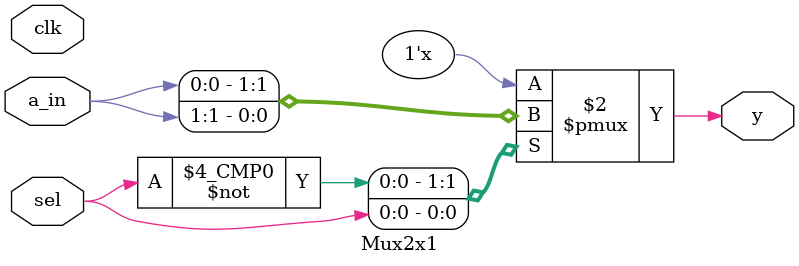
<source format=v>

module Mux2x1(
	input clk,
	input sel,
	input [1:0] a_in,
	output reg y
);

always @(clk or sel or a_in) begin
	case(sel) 
		0: y = a_in[0];
		1: y = a_in[1];
	endcase
end

endmodule
</source>
